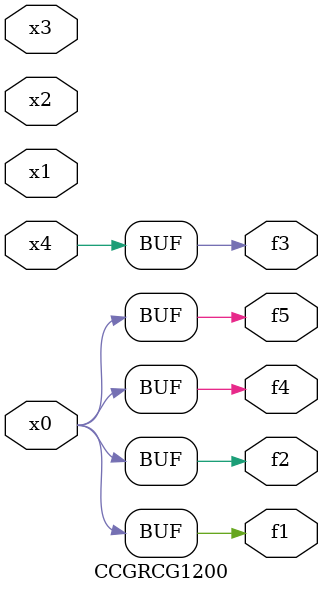
<source format=v>
module CCGRCG1200(
	input x0, x1, x2, x3, x4,
	output f1, f2, f3, f4, f5
);
	assign f1 = x0;
	assign f2 = x0;
	assign f3 = x4;
	assign f4 = x0;
	assign f5 = x0;
endmodule

</source>
